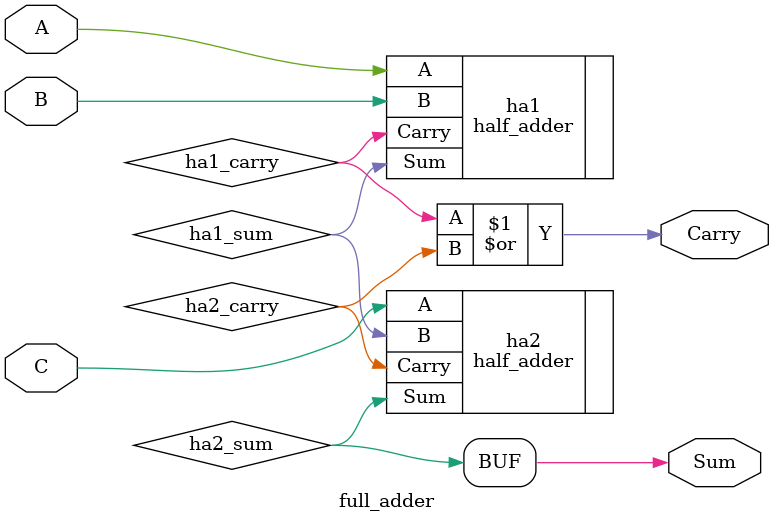
<source format=v>
`timescale 1ns / 1ps


module full_adder(
    input A,
    input B,
    input C,
    output Sum,
    output Carry
    );

     wire ha1_sum;
     wire ha2_sum;
     wire ha1_carry;
     wire ha2_carry;
     wire Sum;
     wire Carry;

     //half adder 1
    half_adder  ha1(
        .A(A),
        .B(B),
        .Sum(ha1_sum),
        .Carry(ha1_carry)
    );
    
    //half adder 2
    half_adder  ha2(
        .A(C),
        .B(ha1_sum),
        .Sum(ha2_sum),
        .Carry(ha2_carry)
    );

    assign Sum = ha2_sum;  
    assign Carry = ha1_carry | ha2_carry;
    
endmodule

</source>
